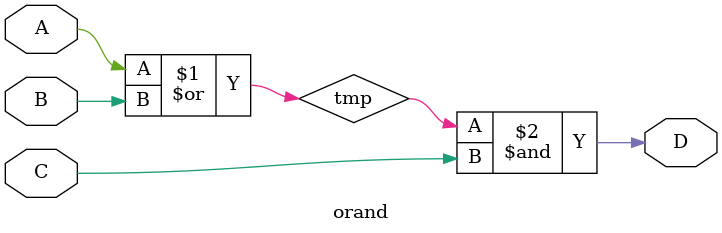
<source format=v>
`timescale 1ns / 1ps


module orand(input [0:0] A, B, C, output [0:0] D);

wire [0:0] tmp;

or(tmp, A, B);
and(D, tmp, C);

endmodule

</source>
